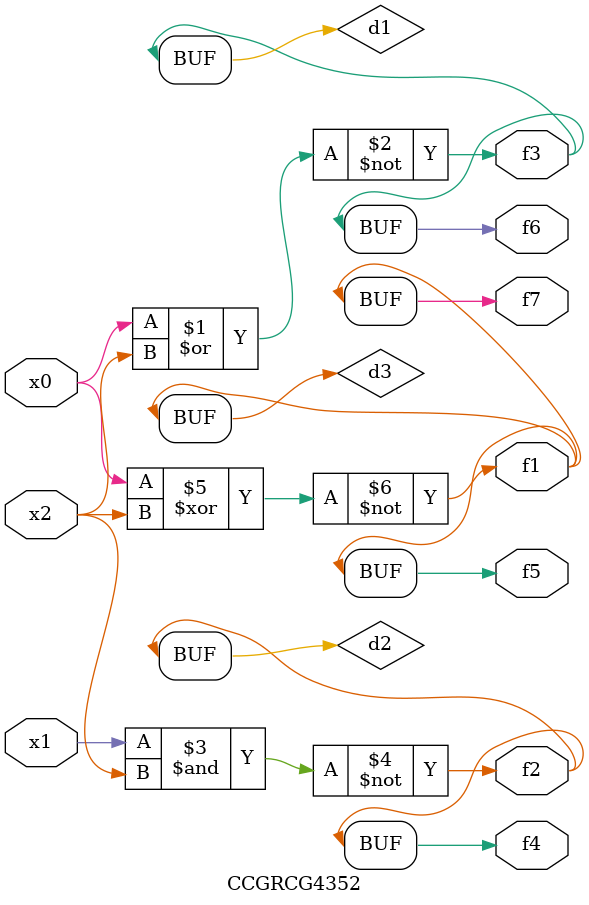
<source format=v>
module CCGRCG4352(
	input x0, x1, x2,
	output f1, f2, f3, f4, f5, f6, f7
);

	wire d1, d2, d3;

	nor (d1, x0, x2);
	nand (d2, x1, x2);
	xnor (d3, x0, x2);
	assign f1 = d3;
	assign f2 = d2;
	assign f3 = d1;
	assign f4 = d2;
	assign f5 = d3;
	assign f6 = d1;
	assign f7 = d3;
endmodule

</source>
